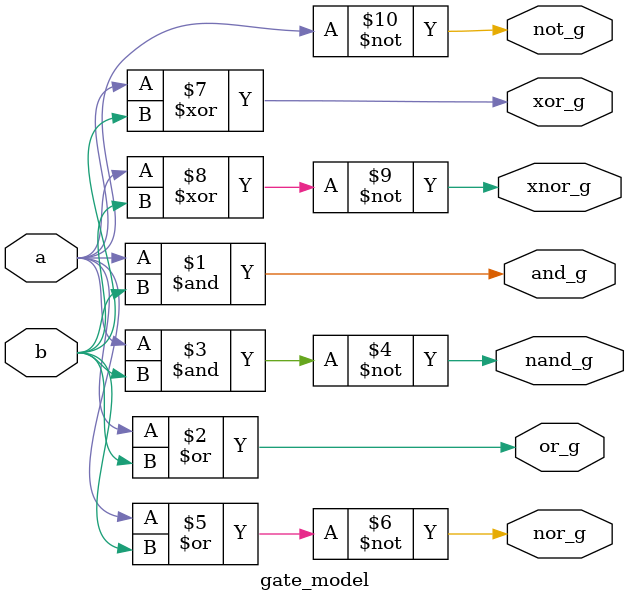
<source format=v>
`timescale 1ns / 1ps

module gate_model(
    input a, b,
    output and_g,
    output or_g,
    output not_g,
    output nand_g,
    output nor_g,
    output xor_g,
    output xnor_g
    );
    
    and andgate(and_g, a, b);
    or orgate(or_g, a, b);
    not notgate(not_g, a);
    nand nandgate(nand_g, a, b);
    nor norgate(nor_g, a, b);
    xor xorgate(xor_g, a, b);
    xnor xnorgate(xnor_g, a, b);
endmodule 
</source>
